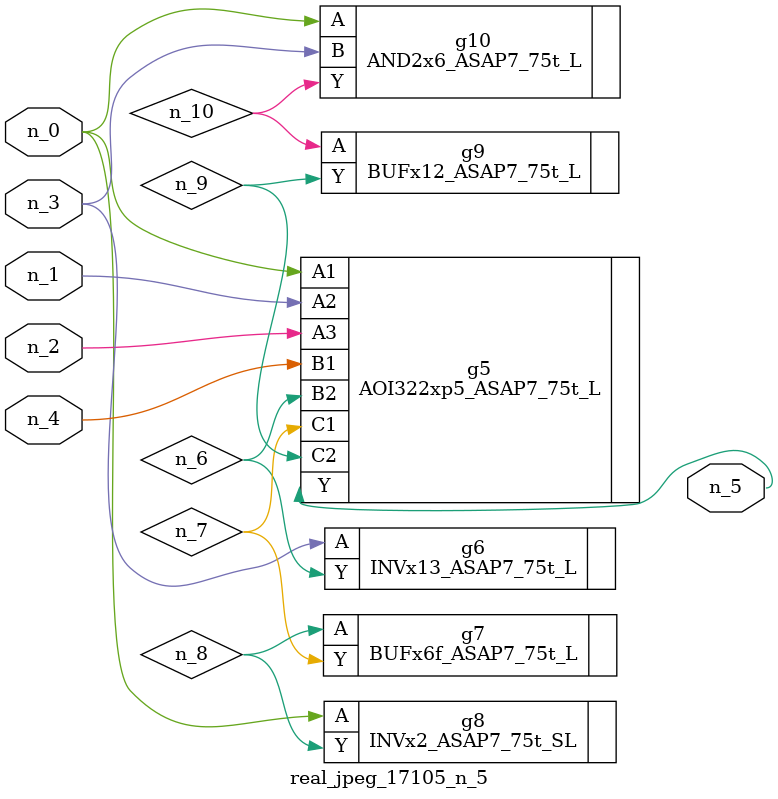
<source format=v>
module real_jpeg_17105_n_5 (n_4, n_0, n_1, n_2, n_3, n_5);

input n_4;
input n_0;
input n_1;
input n_2;
input n_3;

output n_5;

wire n_8;
wire n_6;
wire n_7;
wire n_10;
wire n_9;

AOI322xp5_ASAP7_75t_L g5 ( 
.A1(n_0),
.A2(n_1),
.A3(n_2),
.B1(n_4),
.B2(n_6),
.C1(n_7),
.C2(n_9),
.Y(n_5)
);

INVx2_ASAP7_75t_SL g8 ( 
.A(n_0),
.Y(n_8)
);

AND2x6_ASAP7_75t_L g10 ( 
.A(n_0),
.B(n_3),
.Y(n_10)
);

INVx13_ASAP7_75t_L g6 ( 
.A(n_3),
.Y(n_6)
);

BUFx6f_ASAP7_75t_L g7 ( 
.A(n_8),
.Y(n_7)
);

BUFx12_ASAP7_75t_L g9 ( 
.A(n_10),
.Y(n_9)
);


endmodule
</source>
